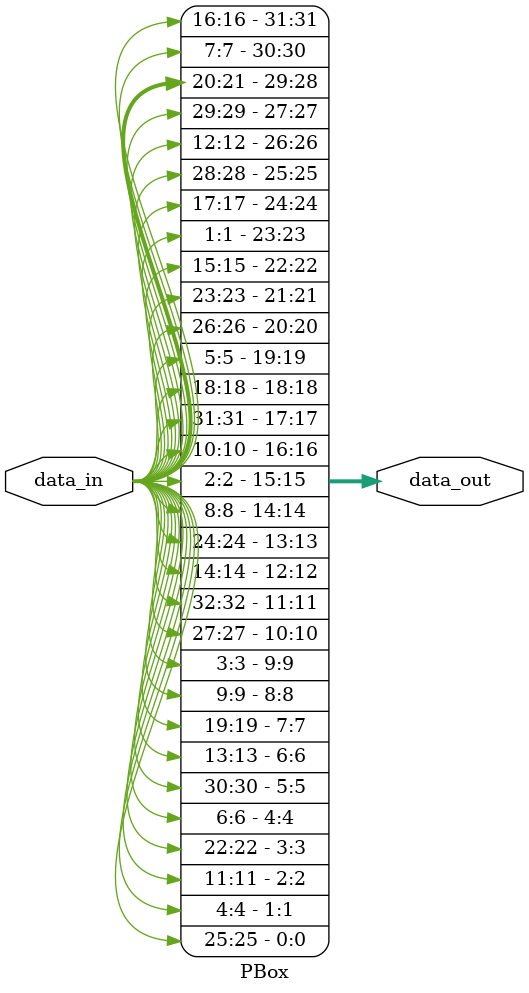
<source format=v>
`timescale 1ns / 1ps
module PBox(
    input [1:32] data_in,
    output [1:32] data_out
    );

	assign data_out[1] = data_in[16];
	assign data_out[2] = data_in[7];
	assign data_out[3] = data_in[20];
	assign data_out[4] = data_in[21];
	assign data_out[5] = data_in[29];
	assign data_out[6] = data_in[12];
	assign data_out[7] = data_in[28];
	assign data_out[8] = data_in[17];
	
	assign data_out[9] = data_in[1];
	assign data_out[10] = data_in[15];
	assign data_out[11] = data_in[23];
	assign data_out[12] = data_in[26];
	assign data_out[13] = data_in[5];
	assign data_out[14] = data_in[18];
	assign data_out[15] = data_in[31];
	assign data_out[16] = data_in[10];
	
	assign data_out[17] = data_in[2];
	assign data_out[18] = data_in[8];
	assign data_out[19] = data_in[24];
	assign data_out[20] = data_in[14];
	assign data_out[21] = data_in[32];
	assign data_out[22] = data_in[27];
	assign data_out[23] = data_in[3];
	assign data_out[24] = data_in[9];
	
	assign data_out[25] = data_in[19];
	assign data_out[26] = data_in[13];
	assign data_out[27] = data_in[30];
	assign data_out[28] = data_in[6];
	assign data_out[29] = data_in[22];
	assign data_out[30] = data_in[11];
	assign data_out[31] = data_in[4];
	assign data_out[32] = data_in[25];

endmodule

</source>
